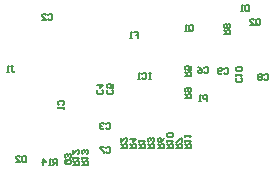
<source format=gbo>
G04*
G04 #@! TF.GenerationSoftware,Altium Limited,Altium Designer,23.5.1 (21)*
G04*
G04 Layer_Color=32896*
%FSLAX44Y44*%
%MOMM*%
G71*
G04*
G04 #@! TF.SameCoordinates,E7796D47-8282-4EC7-A355-9F660DFBD72A*
G04*
G04*
G04 #@! TF.FilePolarity,Positive*
G04*
G01*
G75*
%ADD13C,0.1270*%
D13*
X39790Y-124119D02*
Y-119041D01*
X37251D01*
X36404Y-119887D01*
Y-121580D01*
X37251Y-122426D01*
X39790D01*
X38097D02*
X36404Y-124119D01*
X34712D02*
X33019D01*
X33865D01*
Y-119041D01*
X34712Y-119887D01*
X27940Y-124119D02*
Y-119041D01*
X30480Y-121580D01*
X27094D01*
X207817Y-4651D02*
Y-1266D01*
X208663Y-419D01*
X210356D01*
X211203Y-1266D01*
Y-4651D01*
X210356Y-5498D01*
X208663D01*
X209510Y-3805D02*
X207817Y-5498D01*
X208663D02*
X207817Y-4651D01*
X202739Y-5498D02*
X206124D01*
X202739Y-2112D01*
Y-1266D01*
X203585Y-419D01*
X205278D01*
X206124Y-1266D01*
X151599Y-9985D02*
Y-6600D01*
X152445Y-5753D01*
X154138D01*
X154984Y-6600D01*
Y-9985D01*
X154138Y-10832D01*
X152445D01*
X153291Y-9139D02*
X151599Y-10832D01*
X152445D02*
X151599Y-9985D01*
X149906Y-10832D02*
X148213D01*
X149059D01*
Y-5753D01*
X149906Y-6600D01*
X117022Y-109950D02*
X122100D01*
Y-107410D01*
X121254Y-106564D01*
X119561D01*
X118715Y-107410D01*
Y-109950D01*
Y-108257D02*
X117022Y-106564D01*
X121254Y-104871D02*
X122100Y-104025D01*
Y-102332D01*
X121254Y-101486D01*
X120408D01*
X119561Y-102332D01*
Y-103179D01*
Y-102332D01*
X118715Y-101486D01*
X117868D01*
X117022Y-102332D01*
Y-104025D01*
X117868Y-104871D01*
X109402Y-109950D02*
X114480D01*
Y-107410D01*
X113634Y-106564D01*
X111941D01*
X111095Y-107410D01*
Y-109950D01*
Y-108257D02*
X109402Y-106564D01*
Y-104871D02*
Y-103179D01*
Y-104025D01*
X114480D01*
X113634Y-104871D01*
X101782Y-109950D02*
X106860D01*
Y-107410D01*
X106014Y-106564D01*
X104321D01*
X103475Y-107410D01*
Y-109950D01*
Y-108257D02*
X101782Y-106564D01*
Y-102332D02*
X106860D01*
X104321Y-104871D01*
Y-101486D01*
X94162Y-109950D02*
X99240D01*
Y-107410D01*
X98394Y-106564D01*
X96701D01*
X95855Y-107410D01*
Y-109950D01*
Y-108257D02*
X94162Y-106564D01*
Y-101486D02*
Y-104871D01*
X97548Y-101486D01*
X98394D01*
X99240Y-102332D01*
Y-104025D01*
X98394Y-104871D01*
X147756Y-109950D02*
X152834D01*
Y-107410D01*
X151988Y-106564D01*
X150295D01*
X149449Y-107410D01*
Y-109950D01*
Y-108257D02*
X147756Y-106564D01*
Y-104871D02*
Y-103179D01*
Y-104025D01*
X152834D01*
X151988Y-104871D01*
X147756Y-100639D02*
Y-98947D01*
Y-99793D01*
X152834D01*
X151988Y-100639D01*
X140136Y-109950D02*
X145214D01*
Y-107410D01*
X144368Y-106564D01*
X142675D01*
X141829Y-107410D01*
Y-109950D01*
Y-108257D02*
X140136Y-106564D01*
X145214Y-104871D02*
Y-101486D01*
X144368D01*
X140983Y-104871D01*
X140136D01*
X132770Y-109950D02*
X137848D01*
Y-107410D01*
X137002Y-106564D01*
X135309D01*
X134463Y-107410D01*
Y-109950D01*
Y-108257D02*
X132770Y-106564D01*
Y-104871D02*
Y-103179D01*
Y-104025D01*
X137848D01*
X137002Y-104871D01*
Y-100639D02*
X137848Y-99793D01*
Y-98100D01*
X137002Y-97254D01*
X133617D01*
X132770Y-98100D01*
Y-99793D01*
X133617Y-100639D01*
X137002D01*
X124896Y-109950D02*
X129974D01*
Y-107410D01*
X129128Y-106564D01*
X127435D01*
X126589Y-107410D01*
Y-109950D01*
Y-108257D02*
X124896Y-106564D01*
X129974Y-101486D02*
X129128Y-103179D01*
X127435Y-104871D01*
X125743D01*
X124896Y-104025D01*
Y-102332D01*
X125743Y-101486D01*
X126589D01*
X127435Y-102332D01*
Y-104871D01*
X60993Y-124458D02*
X66071D01*
Y-121919D01*
X65225Y-121072D01*
X63532D01*
X62686Y-121919D01*
Y-124458D01*
Y-122765D02*
X60993Y-121072D01*
Y-119380D02*
Y-117687D01*
Y-118533D01*
X66071D01*
X65225Y-119380D01*
Y-115148D02*
X66071Y-114301D01*
Y-112608D01*
X65225Y-111762D01*
X64378D01*
X63532Y-112608D01*
Y-113455D01*
Y-112608D01*
X62686Y-111762D01*
X61839D01*
X60993Y-112608D01*
Y-114301D01*
X61839Y-115148D01*
X53373Y-124458D02*
X58451D01*
Y-121919D01*
X57605Y-121072D01*
X55912D01*
X55066Y-121919D01*
Y-124458D01*
Y-122765D02*
X53373Y-121072D01*
Y-119380D02*
Y-117687D01*
Y-118533D01*
X58451D01*
X57605Y-119380D01*
X53373Y-111762D02*
Y-115148D01*
X56758Y-111762D01*
X57605D01*
X58451Y-112608D01*
Y-114301D01*
X57605Y-115148D01*
X148083Y-67732D02*
X153161D01*
Y-65193D01*
X152315Y-64346D01*
X150622D01*
X149776Y-65193D01*
Y-67732D01*
Y-66039D02*
X148083Y-64346D01*
X148929Y-62654D02*
X148083Y-61807D01*
Y-60114D01*
X148929Y-59268D01*
X152315D01*
X153161Y-60114D01*
Y-61807D01*
X152315Y-62654D01*
X151468D01*
X150622Y-61807D01*
Y-59268D01*
X147743Y-48682D02*
X152821D01*
Y-46143D01*
X151975Y-45296D01*
X150282D01*
X149436Y-46143D01*
Y-48682D01*
Y-46989D02*
X147743Y-45296D01*
X152821Y-40218D02*
Y-43604D01*
X150282D01*
X151128Y-41911D01*
Y-41064D01*
X150282Y-40218D01*
X148589D01*
X147743Y-41064D01*
Y-42757D01*
X148589Y-43604D01*
X181103Y-13122D02*
X186181D01*
Y-10583D01*
X185335Y-9736D01*
X183642D01*
X182796Y-10583D01*
Y-13122D01*
Y-11429D02*
X181103Y-9736D01*
X185335Y-8044D02*
X186181Y-7197D01*
Y-5504D01*
X185335Y-4658D01*
X184488D01*
X183642Y-5504D01*
X182796Y-4658D01*
X181949D01*
X181103Y-5504D01*
Y-7197D01*
X181949Y-8044D01*
X182796D01*
X183642Y-7197D01*
X184488Y-8044D01*
X185335D01*
X183642Y-7197D02*
Y-5504D01*
X46989Y-119886D02*
X50375D01*
X51221Y-120733D01*
Y-122426D01*
X50375Y-123272D01*
X46989D01*
X46143Y-122426D01*
Y-120733D01*
X47836Y-121579D02*
X46143Y-119886D01*
Y-120733D02*
X46989Y-119886D01*
X50375Y-118194D02*
X51221Y-117347D01*
Y-115654D01*
X50375Y-114808D01*
X49528D01*
X48682Y-115654D01*
Y-116501D01*
Y-115654D01*
X47836Y-114808D01*
X46989D01*
X46143Y-115654D01*
Y-117347D01*
X46989Y-118194D01*
X166708Y-69849D02*
Y-64771D01*
X164168D01*
X163322Y-65617D01*
Y-67310D01*
X164168Y-68156D01*
X166708D01*
X161629Y-69849D02*
X159936D01*
X160783D01*
Y-64771D01*
X161629Y-65617D01*
X862Y-40641D02*
X2555D01*
X1708D01*
Y-44873D01*
X2555Y-45719D01*
X3401D01*
X4248Y-44873D01*
X-831Y-45719D02*
X-2524D01*
X-1677D01*
Y-40641D01*
X-831Y-41487D01*
X119114Y-46161D02*
X117421D01*
X118267D01*
Y-51239D01*
X119114D01*
X117421D01*
X111496Y-47007D02*
X112342Y-46161D01*
X114035D01*
X114881Y-47007D01*
Y-50393D01*
X114035Y-51239D01*
X112342D01*
X111496Y-50393D01*
X109803Y-51239D02*
X108110D01*
X108957D01*
Y-46161D01*
X109803Y-47007D01*
X104902Y-11431D02*
X108288D01*
Y-13970D01*
X106595D01*
X108288D01*
Y-16509D01*
X103209D02*
X101516D01*
X102363D01*
Y-11431D01*
X103209Y-12277D01*
X13544Y-116501D02*
Y-121579D01*
X11005D01*
X10158Y-120733D01*
Y-117347D01*
X11005Y-116501D01*
X13544D01*
X5080Y-121579D02*
X8466D01*
X5080Y-118194D01*
Y-117347D01*
X5926Y-116501D01*
X7619D01*
X8466Y-117347D01*
X202368Y11160D02*
Y6082D01*
X199829D01*
X198983Y6928D01*
Y10314D01*
X199829Y11160D01*
X202368D01*
X197290Y6082D02*
X195597D01*
X196443D01*
Y11160D01*
X197290Y10314D01*
X81071Y-110232D02*
X81917Y-109385D01*
X83610D01*
X84457Y-110232D01*
Y-113617D01*
X83610Y-114464D01*
X81917D01*
X81071Y-113617D01*
X79378Y-109385D02*
X75993D01*
Y-110232D01*
X79378Y-113617D01*
Y-114464D01*
X86275Y-60536D02*
X87121Y-61383D01*
Y-63075D01*
X86275Y-63922D01*
X82889D01*
X82043Y-63075D01*
Y-61383D01*
X82889Y-60536D01*
X87121Y-55458D02*
Y-58844D01*
X84582D01*
X85428Y-57151D01*
Y-56304D01*
X84582Y-55458D01*
X82889D01*
X82043Y-56304D01*
Y-57997D01*
X82889Y-58844D01*
X77385Y-60536D02*
X78231Y-61383D01*
Y-63075D01*
X77385Y-63922D01*
X73999D01*
X73153Y-63075D01*
Y-61383D01*
X73999Y-60536D01*
X73153Y-56304D02*
X78231D01*
X75692Y-58844D01*
Y-55458D01*
X81108Y-89557D02*
X81955Y-88711D01*
X83647D01*
X84494Y-89557D01*
Y-92943D01*
X83647Y-93789D01*
X81955D01*
X81108Y-92943D01*
X79416Y-89557D02*
X78569Y-88711D01*
X76876D01*
X76030Y-89557D01*
Y-90404D01*
X76876Y-91250D01*
X77723D01*
X76876D01*
X76030Y-92096D01*
Y-92943D01*
X76876Y-93789D01*
X78569D01*
X79416Y-92943D01*
X163875Y-41906D02*
X164721Y-41059D01*
X166414D01*
X167260Y-41906D01*
Y-45292D01*
X166414Y-46138D01*
X164721D01*
X163875Y-45292D01*
X158797Y-41059D02*
X160489Y-41906D01*
X162182Y-43599D01*
Y-45292D01*
X161336Y-46138D01*
X159643D01*
X158797Y-45292D01*
Y-44445D01*
X159643Y-43599D01*
X162182D01*
X32351Y2963D02*
X33198Y3810D01*
X34890D01*
X35737Y2963D01*
Y-422D01*
X34890Y-1269D01*
X33198D01*
X32351Y-422D01*
X27273Y-1269D02*
X30658D01*
X27273Y2117D01*
Y2963D01*
X28119Y3810D01*
X29812D01*
X30658Y2963D01*
X41109Y-73630D02*
X40263Y-72784D01*
Y-71091D01*
X41109Y-70244D01*
X44495D01*
X45341Y-71091D01*
Y-72784D01*
X44495Y-73630D01*
X45341Y-75323D02*
Y-77016D01*
Y-76169D01*
X40263D01*
X41109Y-75323D01*
X195455Y-50625D02*
X196302Y-51472D01*
Y-53164D01*
X195455Y-54011D01*
X192070D01*
X191223Y-53164D01*
Y-51472D01*
X192070Y-50625D01*
X191223Y-48932D02*
Y-47239D01*
Y-48086D01*
X196302D01*
X195455Y-48932D01*
Y-44700D02*
X196302Y-43854D01*
Y-42161D01*
X195455Y-41315D01*
X192070D01*
X191223Y-42161D01*
Y-43854D01*
X192070Y-44700D01*
X195455D01*
X181147Y-42668D02*
X181993Y-41821D01*
X183686D01*
X184533Y-42668D01*
Y-46054D01*
X183686Y-46900D01*
X181993D01*
X181147Y-46054D01*
X179454D02*
X178608Y-46900D01*
X176915D01*
X176069Y-46054D01*
Y-42668D01*
X176915Y-41821D01*
X178608D01*
X179454Y-42668D01*
Y-43514D01*
X178608Y-44361D01*
X176069D01*
X214421Y-48510D02*
X215267Y-47663D01*
X216960D01*
X217806Y-48510D01*
Y-51895D01*
X216960Y-52742D01*
X215267D01*
X214421Y-51895D01*
X212728Y-48510D02*
X211882Y-47663D01*
X210189D01*
X209343Y-48510D01*
Y-49356D01*
X210189Y-50203D01*
X209343Y-51049D01*
Y-51895D01*
X210189Y-52742D01*
X211882D01*
X212728Y-51895D01*
Y-51049D01*
X211882Y-50203D01*
X212728Y-49356D01*
Y-48510D01*
X211882Y-50203D02*
X210189D01*
M02*

</source>
